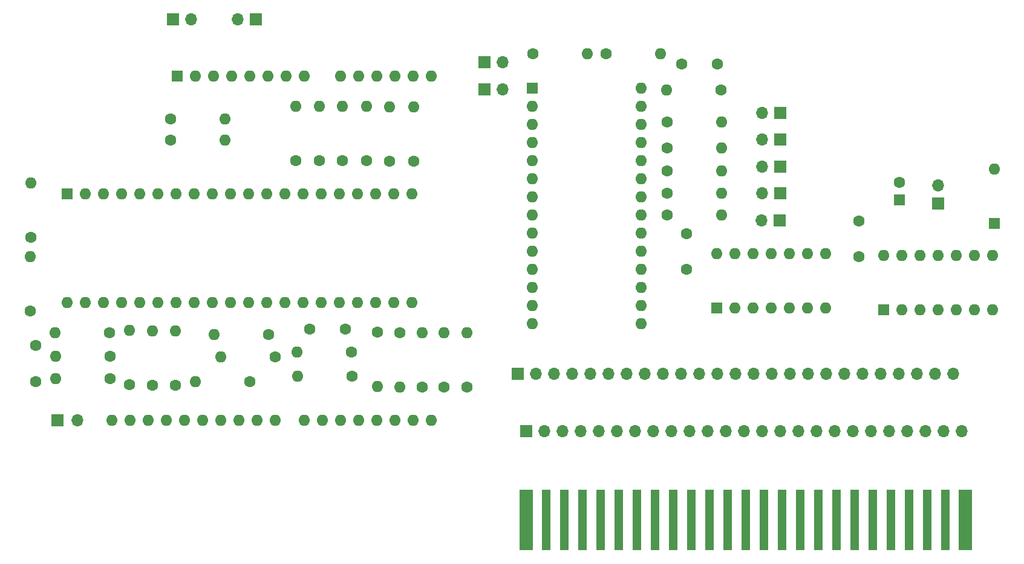
<source format=gbr>
G04 #@! TF.GenerationSoftware,KiCad,Pcbnew,(6.0.2)*
G04 #@! TF.CreationDate,2022-06-15T10:48:40-05:00*
G04 #@! TF.ProjectId,Apple2Card,4170706c-6532-4436-9172-642e6b696361,rev?*
G04 #@! TF.SameCoordinates,Original*
G04 #@! TF.FileFunction,Soldermask,Top*
G04 #@! TF.FilePolarity,Negative*
%FSLAX46Y46*%
G04 Gerber Fmt 4.6, Leading zero omitted, Abs format (unit mm)*
G04 Created by KiCad (PCBNEW (6.0.2)) date 2022-06-15 10:48:40*
%MOMM*%
%LPD*%
G01*
G04 APERTURE LIST*
%ADD10O,1.600000X1.600000*%
%ADD11C,1.600000*%
%ADD12R,1.700000X1.700000*%
%ADD13O,1.700000X1.700000*%
%ADD14R,1.600000X1.600000*%
%ADD15R,1.900000X8.530000*%
%ADD16R,1.270000X8.530000*%
%ADD17R,1.910000X8.530000*%
G04 APERTURE END LIST*
D10*
X50910000Y-62150000D03*
D11*
X50910000Y-69770000D03*
D10*
X51054000Y-51816000D03*
D11*
X51054000Y-59436000D03*
D12*
X54765000Y-85050000D03*
D13*
X57510000Y-85050000D03*
D14*
X185880000Y-57490000D03*
D10*
X185880000Y-49870000D03*
D11*
X131500000Y-33630000D03*
D10*
X139120000Y-33630000D03*
D12*
X178010000Y-54640000D03*
D13*
X178010000Y-52100000D03*
D11*
X142100000Y-35130000D03*
X147100000Y-35130000D03*
X142810000Y-58930000D03*
X142810000Y-63930000D03*
D12*
X114555000Y-34890000D03*
D13*
X117095000Y-34890000D03*
D11*
X140100000Y-43220000D03*
D10*
X147720000Y-43220000D03*
D12*
X155920000Y-45720000D03*
D13*
X153380000Y-45720000D03*
D10*
X62385000Y-85050000D03*
X64925000Y-85050000D03*
X67465000Y-85050000D03*
X70005000Y-85050000D03*
X72545000Y-85050000D03*
X75085000Y-85050000D03*
X77625000Y-85050000D03*
X80165000Y-85050000D03*
X82705000Y-85050000D03*
X85245000Y-85050000D03*
X89305000Y-85050000D03*
X91845000Y-85050000D03*
X94385000Y-85050000D03*
X96925000Y-85050000D03*
X99465000Y-85050000D03*
X102005000Y-85050000D03*
X104545000Y-85050000D03*
X107085000Y-85050000D03*
X107085000Y-36790000D03*
X104545000Y-36790000D03*
X102005000Y-36790000D03*
X99465000Y-36790000D03*
X96925000Y-36790000D03*
X94385000Y-36790000D03*
X89305000Y-36790000D03*
X86765000Y-36790000D03*
X84225000Y-36790000D03*
X81685000Y-36790000D03*
X79145000Y-36790000D03*
X76605000Y-36790000D03*
X74065000Y-36790000D03*
D14*
X71525000Y-36790000D03*
D11*
X140050000Y-56310000D03*
D10*
X147670000Y-56310000D03*
D15*
X120396000Y-99060000D03*
D16*
X123190000Y-99060000D03*
X125730000Y-99060000D03*
X128270000Y-99060000D03*
X130810000Y-99060000D03*
X133350000Y-99060000D03*
X135890000Y-99060000D03*
X138430000Y-99060000D03*
X140970000Y-99060000D03*
X143510000Y-99060000D03*
X146050000Y-99060000D03*
X148590000Y-99060000D03*
X151130000Y-99060000D03*
X153670000Y-99060000D03*
X156210000Y-99060000D03*
X158750000Y-99060000D03*
X161290000Y-99060000D03*
X163830000Y-99060000D03*
X166370000Y-99060000D03*
X168910000Y-99060000D03*
X171450000Y-99060000D03*
X173990000Y-99060000D03*
X176530000Y-99060000D03*
X179070000Y-99060000D03*
D17*
X181864000Y-99060000D03*
D12*
X155885000Y-41970000D03*
D13*
X153345000Y-41970000D03*
D12*
X120396000Y-86614000D03*
D13*
X122936000Y-86614000D03*
X125476000Y-86614000D03*
X128016000Y-86614000D03*
X130556000Y-86614000D03*
X133096000Y-86614000D03*
X135636000Y-86614000D03*
X138176000Y-86614000D03*
X140716000Y-86614000D03*
X143256000Y-86614000D03*
X145796000Y-86614000D03*
X148336000Y-86614000D03*
X150876000Y-86614000D03*
X153416000Y-86614000D03*
X155956000Y-86614000D03*
X158496000Y-86614000D03*
X161036000Y-86614000D03*
X163576000Y-86614000D03*
X166116000Y-86614000D03*
X168656000Y-86614000D03*
X171196000Y-86614000D03*
X173736000Y-86614000D03*
X176276000Y-86614000D03*
X178816000Y-86614000D03*
X181356000Y-86614000D03*
D12*
X119130000Y-78510000D03*
D13*
X121670000Y-78510000D03*
X124210000Y-78510000D03*
X126750000Y-78510000D03*
X129290000Y-78510000D03*
X131830000Y-78510000D03*
X134370000Y-78510000D03*
X136910000Y-78510000D03*
X139450000Y-78510000D03*
X141990000Y-78510000D03*
X144530000Y-78510000D03*
X147070000Y-78510000D03*
X149610000Y-78510000D03*
X152150000Y-78510000D03*
X154690000Y-78510000D03*
X157230000Y-78510000D03*
X159770000Y-78510000D03*
X162310000Y-78510000D03*
X164850000Y-78510000D03*
X167390000Y-78510000D03*
X169930000Y-78510000D03*
X172470000Y-78510000D03*
X175010000Y-78510000D03*
X177550000Y-78510000D03*
X180090000Y-78510000D03*
D12*
X155900000Y-53240000D03*
D13*
X153360000Y-53240000D03*
D11*
X140060000Y-50050000D03*
D10*
X147680000Y-50050000D03*
D11*
X121300000Y-33660000D03*
D10*
X128920000Y-33660000D03*
D14*
X147066000Y-69342000D03*
D10*
X149606000Y-69342000D03*
X152146000Y-69342000D03*
X154686000Y-69342000D03*
X157226000Y-69342000D03*
X159766000Y-69342000D03*
X162306000Y-69342000D03*
X162306000Y-61722000D03*
X159766000Y-61722000D03*
X157226000Y-61722000D03*
X154686000Y-61722000D03*
X152146000Y-61722000D03*
X149606000Y-61722000D03*
X147066000Y-61722000D03*
D14*
X170429000Y-69586000D03*
D10*
X172969000Y-69586000D03*
X175509000Y-69586000D03*
X178049000Y-69586000D03*
X180589000Y-69586000D03*
X183129000Y-69586000D03*
X185669000Y-69586000D03*
X185669000Y-61966000D03*
X183129000Y-61966000D03*
X180589000Y-61966000D03*
X178049000Y-61966000D03*
X175509000Y-61966000D03*
X172969000Y-61966000D03*
X170429000Y-61966000D03*
D11*
X140060000Y-46890000D03*
D10*
X147680000Y-46890000D03*
D11*
X140060000Y-53210000D03*
D10*
X147680000Y-53210000D03*
D12*
X155910000Y-49490000D03*
D13*
X153370000Y-49490000D03*
D11*
X147630000Y-38740000D03*
D10*
X140010000Y-38740000D03*
D14*
X121235000Y-38515000D03*
D10*
X121235000Y-41055000D03*
X121235000Y-43595000D03*
X121235000Y-46135000D03*
X121235000Y-48675000D03*
X121235000Y-51215000D03*
X121235000Y-53755000D03*
X121235000Y-56295000D03*
X121235000Y-58835000D03*
X121235000Y-61375000D03*
X121235000Y-63915000D03*
X121235000Y-66455000D03*
X121235000Y-68995000D03*
X121235000Y-71535000D03*
X136475000Y-71535000D03*
X136475000Y-68995000D03*
X136475000Y-66455000D03*
X136475000Y-63915000D03*
X136475000Y-61375000D03*
X136475000Y-58835000D03*
X136475000Y-56295000D03*
X136475000Y-53755000D03*
X136475000Y-51215000D03*
X136475000Y-48675000D03*
X136475000Y-46135000D03*
X136475000Y-43595000D03*
X136475000Y-41055000D03*
X136475000Y-38515000D03*
D12*
X114515000Y-38660000D03*
D13*
X117055000Y-38660000D03*
D12*
X155865000Y-57070000D03*
D13*
X153325000Y-57070000D03*
D11*
X166920000Y-62150000D03*
X166920000Y-57150000D03*
D14*
X172620000Y-54190000D03*
D11*
X172620000Y-51690000D03*
D12*
X70930000Y-28880000D03*
D13*
X73470000Y-28880000D03*
D11*
X98000000Y-48650000D03*
D10*
X98000000Y-41030000D03*
D11*
X94650000Y-48625000D03*
D10*
X94650000Y-41005000D03*
D11*
X68000000Y-80120000D03*
D10*
X68000000Y-72500000D03*
D11*
X95940000Y-78860000D03*
D10*
X88320000Y-78860000D03*
D12*
X82530000Y-28880000D03*
D13*
X79990000Y-28880000D03*
D11*
X112070000Y-80410000D03*
D10*
X112070000Y-72790000D03*
D11*
X108860000Y-80430000D03*
D10*
X108860000Y-72810000D03*
D11*
X88075000Y-48635000D03*
D10*
X88075000Y-41015000D03*
D11*
X71225000Y-80120000D03*
D10*
X71225000Y-72500000D03*
D11*
X104625000Y-48700000D03*
D10*
X104625000Y-41080000D03*
D11*
X99500000Y-72670000D03*
D10*
X99500000Y-80290000D03*
D11*
X51730000Y-79600000D03*
X51730000Y-74600000D03*
X105770000Y-80430000D03*
D10*
X105770000Y-72810000D03*
D11*
X81670000Y-79600000D03*
D10*
X74050000Y-79600000D03*
D11*
X62075000Y-76050000D03*
D10*
X54455000Y-76050000D03*
D14*
X56085000Y-53325000D03*
D10*
X58625000Y-53325000D03*
X61165000Y-53325000D03*
X63705000Y-53325000D03*
X66245000Y-53325000D03*
X68785000Y-53325000D03*
X71325000Y-53325000D03*
X73865000Y-53325000D03*
X76405000Y-53325000D03*
X78945000Y-53325000D03*
X81485000Y-53325000D03*
X84025000Y-53325000D03*
X86565000Y-53325000D03*
X89105000Y-53325000D03*
X91645000Y-53325000D03*
X94185000Y-53325000D03*
X96725000Y-53325000D03*
X99265000Y-53325000D03*
X101805000Y-53325000D03*
X104345000Y-53325000D03*
X104345000Y-68565000D03*
X101805000Y-68565000D03*
X99265000Y-68565000D03*
X96725000Y-68565000D03*
X94185000Y-68565000D03*
X91645000Y-68565000D03*
X89105000Y-68565000D03*
X86565000Y-68565000D03*
X84025000Y-68565000D03*
X81485000Y-68565000D03*
X78945000Y-68565000D03*
X76405000Y-68565000D03*
X73865000Y-68565000D03*
X71325000Y-68565000D03*
X68785000Y-68565000D03*
X66245000Y-68565000D03*
X63705000Y-68565000D03*
X61165000Y-68565000D03*
X58625000Y-68565000D03*
X56085000Y-68565000D03*
D11*
X62090000Y-79180000D03*
D10*
X54470000Y-79180000D03*
D11*
X85180000Y-76130000D03*
D10*
X77560000Y-76130000D03*
D11*
X64830000Y-80050000D03*
D10*
X64830000Y-72430000D03*
D11*
X84260000Y-73000000D03*
D10*
X76640000Y-73000000D03*
D11*
X62000000Y-72800000D03*
D10*
X54380000Y-72800000D03*
D11*
X70610000Y-45810000D03*
D10*
X78230000Y-45810000D03*
D11*
X95900000Y-75510000D03*
D10*
X88280000Y-75510000D03*
D11*
X91375000Y-48635000D03*
D10*
X91375000Y-41015000D03*
D11*
X101225000Y-48725000D03*
D10*
X101225000Y-41105000D03*
D11*
X70570000Y-42810000D03*
D10*
X78190000Y-42810000D03*
D11*
X90010000Y-72310000D03*
X95010000Y-72310000D03*
X102680000Y-72810000D03*
D10*
X102680000Y-80430000D03*
M02*

</source>
